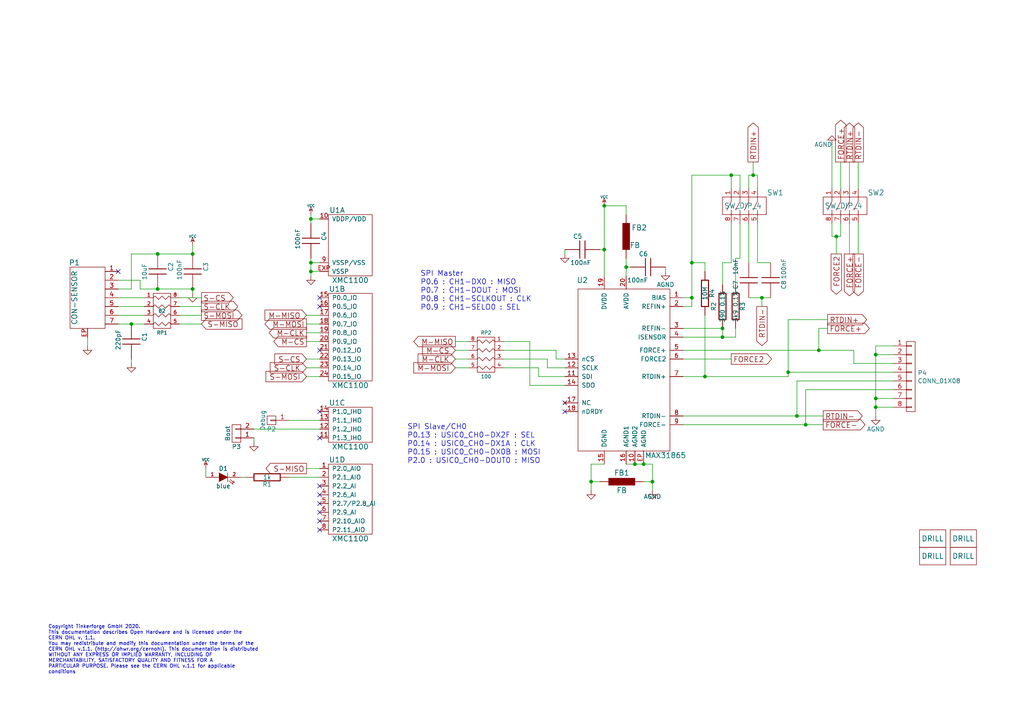
<source format=kicad_sch>
(kicad_sch (version 20230121) (generator eeschema)
  (paper "A4")
  (title_block (title "Industrial PTC Bricklet") (date "2022-12-12") (rev "1.1") (company "Tinkerforge GmbH") (comment 1 "Licensed under CERN OHL v.1.1") (comment 2 "Copyright (©) 2020, T.Schneidermann <tim@tinkerforge.com>"))
  (lib_symbols
    (symbol "tinkerforge:AGND" (power) (pin_names (offset 0))
      (property "Value" "AGND" (at 0 -5.08 0))
      (symbol "AGND_0_1"
        (polyline (pts (xy 0 0) (xy 0 -1.27) (xy 1.27 -1.27) (xy 0 -2.54) (xy -1.27 -1.27) (xy 0 -1.27)))
      )
      (symbol "AGND_1_1"
        (pin power_in line (at 0 0 270) (length 0) hide (name "AGND") (number "1"))
      )
    )
    (symbol "tinkerforge:C" (pin_numbers hide) (pin_names (offset 0.254))
      (property "Reference" "C" (at 1.27 2.54 0))
      (property "Value" "C" (at 1.27 -2.54 0))
      (symbol "C_0_1"
        (polyline (pts (xy -2.54 -0.762) (xy 2.54 -0.762)) (stroke (width 0.254)))
        (polyline (pts (xy -2.54 0.762) (xy 2.54 0.762)) (stroke (width 0.254)))
      )
      (symbol "C_1_1"
        (pin passive line (at 0 5.08 270) (length 4.318) (name "~") (number "1"))
        (pin passive line (at 0 -5.08 90) (length 4.318) (name "~") (number "2"))
      )
    )
    (symbol "tinkerforge:CON-SENSOR2" (pin_names (offset 1.016))
      (property "Reference" "P" (at -3.81 10.16 0))
      (property "Value" "CON-SENSOR2" (at 3.81 0 90))
      (symbol "CON-SENSOR2_0_1"
        (rectangle (start -5.08 8.89) (end 5.08 -8.89))
      )
      (symbol "CON-SENSOR2_1_1"
        (pin passive line (at -8.89 7.62 0) (length 3.81) (name "~") (number "1"))
        (pin passive line (at -8.89 5.08 0) (length 3.81) (name "~") (number "2"))
        (pin passive line (at -8.89 2.54 0) (length 3.81) (name "~") (number "3"))
        (pin passive line (at -8.89 0 0) (length 3.81) (name "~") (number "4"))
        (pin passive line (at -8.89 -2.54 0) (length 3.81) (name "~") (number "5"))
        (pin passive line (at -8.89 -5.08 0) (length 3.81) (name "~") (number "6"))
        (pin passive line (at -8.89 -7.62 0) (length 3.81) (name "~") (number "7"))
        (pin passive line (at 0 -11.43 90) (length 2.54) (name "~") (number "EP"))
      )
    )
    (symbol "tinkerforge:CONN_01X01" (pin_names (offset 1.016) hide)
      (property "Reference" "P" (at 0 2.54 0))
      (property "Value" "CONN_01X01" (at 2.54 0 90))
      (symbol "CONN_01X01_0_1"
        (rectangle (start -1.27 0.127) (end 0.254 -0.127))
        (rectangle (start -1.27 1.27) (end 1.27 -1.27))
      )
      (symbol "CONN_01X01_1_1"
        (pin passive line (at -5.08 0 0) (length 3.81) (name "P1") (number "1"))
      )
    )
    (symbol "tinkerforge:CONN_01X02" (pin_names (offset 1.016) hide)
      (property "Reference" "P" (at 0 3.81 0))
      (property "Value" "CONN_01X02" (at 2.54 0 90))
      (symbol "CONN_01X02_0_1"
        (rectangle (start -1.27 -1.143) (end 0.254 -1.397))
        (rectangle (start -1.27 1.397) (end 0.254 1.143))
        (rectangle (start -1.27 2.54) (end 1.27 -2.54))
      )
      (symbol "CONN_01X02_1_1"
        (pin passive line (at -5.08 1.27 0) (length 3.81) (name "P1") (number "1"))
        (pin passive line (at -5.08 -1.27 0) (length 3.81) (name "P2") (number "2"))
      )
    )
    (symbol "tinkerforge:CONN_01X08" (pin_names (offset 1.016) hide)
      (property "Reference" "P" (at 0 11.43 0))
      (property "Value" "CONN_01X08" (at 2.54 0 90))
      (symbol "CONN_01X08_0_1"
        (rectangle (start -1.27 -10.16) (end 1.27 10.16))
        (rectangle (start -1.27 -8.763) (end 0.254 -9.017))
        (rectangle (start -1.27 -6.223) (end 0.254 -6.477))
        (rectangle (start -1.27 -3.683) (end 0.254 -3.937))
        (rectangle (start -1.27 -1.143) (end 0.254 -1.397))
        (rectangle (start -1.27 1.397) (end 0.254 1.143))
        (rectangle (start -1.27 3.937) (end 0.254 3.683))
        (rectangle (start -1.27 6.477) (end 0.254 6.223))
        (rectangle (start -1.27 9.017) (end 0.254 8.763))
      )
      (symbol "CONN_01X08_1_1"
        (pin passive line (at -5.08 8.89 0) (length 3.81) (name "P1") (number "1"))
        (pin passive line (at -5.08 6.35 0) (length 3.81) (name "P2") (number "2"))
        (pin passive line (at -5.08 3.81 0) (length 3.81) (name "P3") (number "3"))
        (pin passive line (at -5.08 1.27 0) (length 3.81) (name "P4") (number "4"))
        (pin passive line (at -5.08 -1.27 0) (length 3.81) (name "P5") (number "5"))
        (pin passive line (at -5.08 -3.81 0) (length 3.81) (name "P6") (number "6"))
        (pin passive line (at -5.08 -6.35 0) (length 3.81) (name "P7") (number "7"))
        (pin passive line (at -5.08 -8.89 0) (length 3.81) (name "P8") (number "8"))
      )
    )
    (symbol "tinkerforge:DRILL" (pin_numbers hide) (pin_names (offset 0) hide)
      (property "Value" "DRILL" (at 0 0 0))
      (symbol "DRILL_0_1"
        (rectangle (start -3.81 2.54) (end 3.81 -2.54))
      )
    )
    (symbol "tinkerforge:GND" (power) (pin_names (offset 0))
      (property "Value" "GND" (at 0 -5.08 0))
      (symbol "GND_0_1"
        (polyline (pts (xy 0 0) (xy 0 -1.27) (xy 1.27 -1.27) (xy 0 -2.54) (xy -1.27 -1.27) (xy 0 -1.27)))
      )
      (symbol "GND_1_1"
        (pin power_in line (at 0 0 270) (length 0) hide (name "GND") (number "1"))
      )
    )
    (symbol "tinkerforge:INDUCT" (pin_numbers hide) (pin_names (offset 0))
      (property "Reference" "L" (at 2.032 0 90))
      (property "Value" "INDUCT" (at -2.54 0 90))
      (symbol "INDUCT_0_1"
        (rectangle (start -1.016 3.81) (end 1.016 -3.81) (fill (type outline)))
      )
      (symbol "INDUCT_1_1"
        (pin passive line (at 0 6.35 270) (length 2.54) (name "~") (number "1"))
        (pin passive line (at 0 -6.35 90) (length 2.54) (name "~") (number "2"))
      )
    )
    (symbol "tinkerforge:LED" (pin_names (offset 1.016) hide)
      (property "Reference" "D" (at 0 2.54 0))
      (property "Value" "LED" (at 0 -2.54 0))
      (symbol "LED_0_1"
        (polyline (pts (xy 1.27 1.27) (xy 1.27 -1.27)))
        (polyline (pts (xy -1.27 1.27) (xy 1.27 0) (xy -1.27 -1.27)) (fill (type outline)))
        (polyline (pts (xy 1.651 -1.016) (xy 2.794 -2.032) (xy 2.667 -1.397)))
        (polyline (pts (xy 2.032 -0.635) (xy 3.175 -1.651) (xy 3.048 -1.016)))
      )
      (symbol "LED_1_1"
        (pin passive line (at -5.08 0 0) (length 3.81) (name "A") (number "1"))
        (pin passive line (at 5.08 0 180) (length 3.81) (name "K") (number "2"))
      )
    )
    (symbol "tinkerforge:MAX31865" (pin_names (offset 1.016))
      (property "Reference" "U" (at -11.43 26.67 0))
      (property "Value" "MAX31865" (at 12.7 -24.13 0))
      (symbol "MAX31865_0_1"
        (rectangle (start -12.7 24.13) (end 13.97 -22.86))
      )
      (symbol "MAX31865_1_1"
        (pin passive line (at 17.78 21.59 180) (length 3.81) (name "BIAS") (number "1"))
        (pin passive line (at 3.81 -26.67 90) (length 3.81) (name "AGND2") (number "10"))
        (pin passive line (at -16.51 -1.27 0) (length 3.81) (name "SDI") (number "11"))
        (pin passive line (at -16.51 1.27 0) (length 3.81) (name "SCLK") (number "12"))
        (pin passive line (at -16.51 3.81 0) (length 3.81) (name "nCS") (number "13"))
        (pin passive line (at -16.51 -3.81 0) (length 3.81) (name "SDO") (number "14"))
        (pin passive line (at -5.08 -26.67 90) (length 3.81) (name "DGND") (number "15"))
        (pin passive line (at 1.27 -26.67 90) (length 3.81) (name "AGND1") (number "16"))
        (pin no_connect line (at -16.51 -8.89 0) (length 3.81) (name "NC") (number "17"))
        (pin passive line (at -16.51 -11.43 0) (length 3.81) (name "nDRDY") (number "18"))
        (pin passive line (at -5.08 27.94 270) (length 3.81) (name "DVDD") (number "19"))
        (pin passive line (at 17.78 19.05 180) (length 3.81) (name "REFIN+") (number "2"))
        (pin passive line (at 1.27 27.94 270) (length 3.81) (name "AVDD") (number "20"))
        (pin passive line (at 17.78 12.7 180) (length 3.81) (name "REFIN-") (number "3"))
        (pin passive line (at 17.78 10.16 180) (length 3.81) (name "ISENSOR") (number "4"))
        (pin passive line (at 17.78 6.35 180) (length 3.81) (name "FORCE+") (number "5"))
        (pin passive line (at 17.78 3.81 180) (length 3.81) (name "FORCE2") (number "6"))
        (pin passive line (at 17.78 -1.27 180) (length 3.81) (name "RTDIN+") (number "7"))
        (pin passive line (at 17.78 -12.7 180) (length 3.81) (name "RTDIN-") (number "8"))
        (pin passive line (at 17.78 -15.24 180) (length 3.81) (name "FORCE-") (number "9"))
        (pin passive line (at 6.35 -26.67 90) (length 3.81) (name "AGND") (number "EP"))
      )
    )
    (symbol "tinkerforge:R" (pin_numbers hide) (pin_names (offset 0))
      (property "Reference" "R" (at 2.032 0 90))
      (property "Value" "R" (at 0 0 90))
      (symbol "R_0_1"
        (rectangle (start -1.016 3.81) (end 1.016 -3.81) (stroke (width 0.3048)))
      )
      (symbol "R_1_1"
        (pin passive line (at 0 6.35 270) (length 2.54) (name "~") (number "1"))
        (pin passive line (at 0 -6.35 90) (length 2.54) (name "~") (number "2"))
      )
    )
    (symbol "tinkerforge:R_PACK4" (pin_names hide)
      (property "Reference" "RP" (at 0 11.43 0))
      (property "Value" "R_PACK4" (at 0 -1.27 0))
      (symbol "R_PACK4_0_1"
        (polyline (pts (xy -2.54 10.16) (xy -2.54 0) (xy 2.54 0) (xy 2.54 10.16) (xy -2.54 10.16)))
        (polyline (pts (xy -2.54 1.27) (xy -2.032 1.778) (xy -1.016 0.762) (xy 0 1.778) (xy 1.016 0.762) (xy 2.032 1.778) (xy 2.54 1.27)))
        (polyline (pts (xy -2.54 3.81) (xy -2.032 4.318) (xy -1.016 3.302) (xy 0 4.318) (xy 1.016 3.302) (xy 2.032 4.318) (xy 2.54 3.81)))
        (polyline (pts (xy -2.54 6.35) (xy -2.032 6.858) (xy -1.016 5.842) (xy 0 6.858) (xy 1.016 5.842) (xy 2.032 6.858) (xy 2.54 6.35)))
        (polyline (pts (xy -2.54 8.89) (xy -2.032 9.398) (xy -1.016 8.382) (xy 0 9.398) (xy 1.016 8.382) (xy 2.032 9.398) (xy 2.54 8.89)))
      )
      (symbol "R_PACK4_1_1"
        (pin passive line (at -5.08 8.89 0) (length 2.54) (name "P1") (number "1"))
        (pin passive line (at -5.08 6.35 0) (length 2.54) (name "P2") (number "2"))
        (pin passive line (at -5.08 3.81 0) (length 2.54) (name "P3") (number "3"))
        (pin passive line (at -5.08 1.27 0) (length 2.54) (name "P4") (number "4"))
        (pin passive line (at 5.08 1.27 180) (length 2.54) (name "R4") (number "5"))
        (pin passive line (at 5.08 3.81 180) (length 2.54) (name "R3") (number "6"))
        (pin passive line (at 5.08 6.35 180) (length 2.54) (name "R2") (number "7"))
        (pin passive line (at 5.08 8.89 180) (length 2.54) (name "R1") (number "8"))
      )
    )
    (symbol "tinkerforge:SW_DIP_4" (pin_names (offset 1.016))
      (property "Reference" "SW" (at -1.27 7.62 0))
      (property "Value" "SW_DIP_4" (at 0 -7.62 0))
      (symbol "SW_DIP_4_0_1"
        (rectangle (start -2.54 6.35) (end 2.54 -6.35))
        (polyline (pts (xy 2.54 -3.81) (xy 1.27 -3.81)))
        (polyline (pts (xy 2.54 -1.27) (xy 1.27 -1.27)))
        (polyline (pts (xy 2.54 1.27) (xy 1.27 1.27)))
        (polyline (pts (xy 2.54 3.81) (xy 1.27 3.81)))
        (polyline (pts (xy -2.54 -3.81) (xy -1.27 -3.81) (xy 1.27 -2.54)))
        (polyline (pts (xy -2.54 -1.27) (xy -1.27 -1.27) (xy 1.27 0)))
        (polyline (pts (xy -2.54 1.27) (xy -1.27 1.27) (xy 1.27 2.54)))
        (polyline (pts (xy -2.54 3.81) (xy -1.27 3.81) (xy 1.27 5.08)))
      )
      (symbol "SW_DIP_4_1_1"
        (pin passive line (at -5.08 3.81 0) (length 2.54) (name "~") (number "1"))
        (pin passive line (at -5.08 1.27 0) (length 2.54) (name "~") (number "2"))
        (pin passive line (at -5.08 -1.27 0) (length 2.54) (name "~") (number "3"))
        (pin passive line (at -5.08 -3.81 0) (length 2.54) (name "~") (number "4"))
        (pin passive line (at 5.08 -3.81 180) (length 2.54) (name "~") (number "5"))
        (pin passive line (at 5.08 -1.27 180) (length 2.54) (name "~") (number "6"))
        (pin passive line (at 5.08 1.27 180) (length 2.54) (name "~") (number "7"))
        (pin passive line (at 5.08 3.81 180) (length 2.54) (name "~") (number "8"))
      )
    )
    (symbol "tinkerforge:VCC" (power) (pin_names (offset 0))
      (property "Value" "VCC" (at 0 3.175 0))
      (symbol "VCC_0_0"
        (pin power_in line (at 0 0 90) (length 0) hide (name "VCC") (number "1"))
      )
      (symbol "VCC_0_1"
        (polyline (pts (xy 0 1.524) (xy 0 0)))
        (polyline (pts (xy 0 1.524) (xy 0.508 1.016) (xy 0 2.286) (xy -0.508 1.016) (xy 0 1.524) (xy 0 1.524)))
      )
    )
    (symbol "tinkerforge:XMC1XXX24" (pin_names (offset 1.016))
      (property "Reference" "U" (at -3.81 15.24 0))
      (property "Value" "XMC1XXX24" (at 0 -16.51 0))
      (symbol "XMC1XXX24_1_1"
        (rectangle (start -6.35 8.89) (end 6.35 -8.89))
        (pin passive line (at -8.89 7.62 0) (length 2.54) (name "VDDP/VDD") (number "10"))
        (pin passive line (at -8.89 -5.08 0) (length 2.54) (name "VSSP/VSS") (number "9"))
        (pin passive line (at -8.89 -7.62 0) (length 2.54) (name "VSSP") (number "EXP"))
      )
      (symbol "XMC1XXX24_2_1"
        (rectangle (start -6.35 12.7) (end 6.35 -12.7))
        (pin passive line (at -8.89 11.43 0) (length 2.54) (name "P0.0_IO") (number "15"))
        (pin passive line (at -8.89 8.89 0) (length 2.54) (name "P0.5_IO") (number "16"))
        (pin passive line (at -8.89 6.35 0) (length 2.54) (name "P0.6_IO") (number "17"))
        (pin passive line (at -8.89 3.81 0) (length 2.54) (name "P0.7_IO") (number "18"))
        (pin passive line (at -8.89 1.27 0) (length 2.54) (name "P0.8_IO") (number "19"))
        (pin passive line (at -8.89 -1.27 0) (length 2.54) (name "P0.9_IO") (number "20"))
        (pin passive line (at -8.89 -3.81 0) (length 2.54) (name "P0.12_IO") (number "21"))
        (pin passive line (at -8.89 -6.35 0) (length 2.54) (name "P0.13_IO") (number "22"))
        (pin passive line (at -8.89 -8.89 0) (length 2.54) (name "P0.14_IO") (number "23"))
        (pin passive line (at -8.89 -11.43 0) (length 2.54) (name "P0.15_IO") (number "24"))
      )
      (symbol "XMC1XXX24_3_1"
        (rectangle (start -6.35 5.08) (end 6.35 -5.08))
        (pin passive line (at -8.89 -3.81 0) (length 2.54) (name "P1.3_IHO") (number "11"))
        (pin passive line (at -8.89 -1.27 0) (length 2.54) (name "P1.2_IHO") (number "12"))
        (pin passive line (at -8.89 1.27 0) (length 2.54) (name "P1.1_IHO") (number "13"))
        (pin passive line (at -8.89 3.81 0) (length 2.54) (name "P1.0_IHO") (number "14"))
      )
      (symbol "XMC1XXX24_4_1"
        (rectangle (start -6.35 10.16) (end 6.35 -10.16))
        (pin passive line (at -8.89 8.89 0) (length 2.54) (name "P2.0_AIO") (number "1"))
        (pin passive line (at -8.89 6.35 0) (length 2.54) (name "P2.1_AIO") (number "2"))
        (pin passive line (at -8.89 3.81 0) (length 2.54) (name "P2.2_AI") (number "3"))
        (pin passive line (at -8.89 1.27 0) (length 2.54) (name "P2.6_AI") (number "4"))
        (pin passive line (at -8.89 -1.27 0) (length 2.54) (name "P2.7/P2.8_AI") (number "5"))
        (pin passive line (at -8.89 -3.81 0) (length 2.54) (name "P2.9_AI") (number "6"))
        (pin passive line (at -8.89 -6.35 0) (length 2.54) (name "P2.10_AIO") (number "7"))
        (pin passive line (at -8.89 -8.89 0) (length 2.54) (name "P2.11_AIO") (number "8"))
      )
    )
  )
  (junction (at 45.72 73.66))
  (junction (at 175.26 59.69))
  (junction (at 184.15 134.62))
  (junction (at 38.1 93.98))
  (junction (at 209.55 97.79))
  (junction (at 220.98 86.36))
  (junction (at 45.72 83.82))
  (junction (at 55.88 73.66))
  (junction (at 237.49 101.6))
  (junction (at 242.57 68.58))
  (junction (at 171.45 139.7))
  (junction (at 175.26 72.39))
  (junction (at 200.66 86.36))
  (junction (at 233.68 123.19))
  (junction (at 189.23 139.7))
  (junction (at 231.14 120.65))
  (junction (at 90.17 78.74))
  (junction (at 209.55 95.25))
  (junction (at 186.69 134.62))
  (junction (at 254 115.57))
  (junction (at 254 118.11))
  (junction (at 200.66 76.2))
  (junction (at 90.17 63.5))
  (junction (at 90.17 76.2))
  (junction (at 254 102.87))
  (junction (at 218.44 50.8))
  (junction (at 204.47 109.22))
  (junction (at 228.6 107.95))
  (junction (at 55.88 83.82))
  (junction (at 212.09 50.8))
  (junction (at 181.61 77.47))
  (no_connect (at 92.71 153.67))
  (no_connect (at 92.71 86.36))
  (no_connect (at 92.71 151.13))
  (no_connect (at 34.29 78.74))
  (no_connect (at 163.83 119.38))
  (no_connect (at 92.71 146.05))
  (no_connect (at 92.71 88.9))
  (no_connect (at 92.71 140.97))
  (no_connect (at 92.71 127))
  (no_connect (at 163.83 116.84))
  (no_connect (at 92.71 143.51))
  (no_connect (at 92.71 119.38))
  (no_connect (at 92.71 101.6))
  (no_connect (at 92.71 148.59))
  (wire (pts (xy 132.08 99.06) (xy 135.89 99.06)))
  (wire (pts (xy 233.68 123.19) (xy 233.68 113.03)))
  (wire (pts (xy 83.82 138.43) (xy 92.71 138.43)))
  (wire (pts (xy 193.04 78.74) (xy 193.04 77.47)))
  (wire (pts (xy 198.12 104.14) (xy 212.09 104.14)))
  (wire (pts (xy 223.52 86.36) (xy 220.98 86.36)))
  (wire (pts (xy 247.65 101.6) (xy 247.65 105.41)))
  (wire (pts (xy 90.17 63.5) (xy 90.17 64.77)))
  (wire (pts (xy 200.66 86.36) (xy 198.12 86.36)))
  (wire (pts (xy 238.76 123.19) (xy 233.68 123.19)))
  (wire (pts (xy 213.36 82.55) (xy 213.36 74.93)))
  (wire (pts (xy 220.98 88.9) (xy 220.98 86.36)))
  (wire (pts (xy 241.3 68.58) (xy 242.57 68.58)))
  (wire (pts (xy 58.42 91.44) (xy 52.07 91.44)))
  (wire (pts (xy 189.23 142.24) (xy 189.23 139.7)))
  (wire (pts (xy 73.66 128.27) (xy 73.66 127)))
  (wire (pts (xy 171.45 134.62) (xy 171.45 139.7)))
  (wire (pts (xy 55.88 85.09) (xy 55.88 83.82)))
  (wire (pts (xy 163.83 73.66) (xy 163.83 72.39)))
  (wire (pts (xy 259.08 107.95) (xy 228.6 107.95)))
  (wire (pts (xy 189.23 139.7) (xy 189.23 134.62)))
  (wire (pts (xy 175.26 134.62) (xy 171.45 134.62)))
  (wire (pts (xy 228.6 92.71) (xy 240.03 92.71)))
  (wire (pts (xy 247.65 105.41) (xy 259.08 105.41)))
  (wire (pts (xy 209.55 97.79) (xy 198.12 97.79)))
  (wire (pts (xy 200.66 50.8) (xy 212.09 50.8)))
  (wire (pts (xy 212.09 76.2) (xy 209.55 76.2)))
  (wire (pts (xy 92.71 63.5) (xy 90.17 63.5)))
  (wire (pts (xy 90.17 74.93) (xy 90.17 76.2)))
  (wire (pts (xy 209.55 76.2) (xy 209.55 82.55)))
  (wire (pts (xy 220.98 86.36) (xy 217.17 86.36)))
  (wire (pts (xy 219.71 76.2) (xy 223.52 76.2)))
  (wire (pts (xy 132.08 101.6) (xy 135.89 101.6)))
  (wire (pts (xy 228.6 92.71) (xy 228.6 107.95)))
  (wire (pts (xy 204.47 76.2) (xy 200.66 76.2)))
  (wire (pts (xy 83.82 121.92) (xy 92.71 121.92)))
  (wire (pts (xy 41.91 91.44) (xy 34.29 91.44)))
  (wire (pts (xy 181.61 59.69) (xy 181.61 62.23)))
  (wire (pts (xy 214.63 50.8) (xy 214.63 54.61)))
  (wire (pts (xy 213.36 95.25) (xy 213.36 97.79)))
  (wire (pts (xy 38.1 73.66) (xy 38.1 83.82)))
  (wire (pts (xy 158.75 106.68) (xy 158.75 104.14)))
  (wire (pts (xy 158.75 104.14) (xy 146.05 104.14)))
  (wire (pts (xy 38.1 93.98) (xy 41.91 93.98)))
  (wire (pts (xy 254 118.11) (xy 254 120.65)))
  (wire (pts (xy 88.9 109.22) (xy 92.71 109.22)))
  (wire (pts (xy 246.38 73.66) (xy 246.38 64.77)))
  (wire (pts (xy 92.71 124.46) (xy 73.66 124.46)))
  (wire (pts (xy 248.92 73.66) (xy 248.92 64.77)))
  (wire (pts (xy 214.63 64.77) (xy 214.63 74.93)))
  (wire (pts (xy 198.12 109.22) (xy 204.47 109.22)))
  (wire (pts (xy 34.29 88.9) (xy 41.91 88.9)))
  (wire (pts (xy 175.26 72.39) (xy 175.26 59.69)))
  (wire (pts (xy 163.83 106.68) (xy 158.75 106.68)))
  (wire (pts (xy 243.84 68.58) (xy 243.84 64.77)))
  (wire (pts (xy 45.72 73.66) (xy 55.88 73.66)))
  (wire (pts (xy 58.42 86.36) (xy 52.07 86.36)))
  (wire (pts (xy 212.09 64.77) (xy 212.09 76.2)))
  (wire (pts (xy 92.71 96.52) (xy 88.9 96.52)))
  (wire (pts (xy 52.07 93.98) (xy 58.42 93.98)))
  (wire (pts (xy 237.49 101.6) (xy 237.49 95.25)))
  (wire (pts (xy 52.07 88.9) (xy 58.42 88.9)))
  (wire (pts (xy 156.21 109.22) (xy 156.21 106.68)))
  (wire (pts (xy 198.12 101.6) (xy 237.49 101.6)))
  (wire (pts (xy 90.17 76.2) (xy 92.71 76.2)))
  (wire (pts (xy 175.26 80.01) (xy 175.26 72.39)))
  (wire (pts (xy 233.68 123.19) (xy 198.12 123.19)))
  (wire (pts (xy 90.17 76.2) (xy 90.17 78.74)))
  (wire (pts (xy 242.57 68.58) (xy 242.57 73.66)))
  (wire (pts (xy 209.55 95.25) (xy 198.12 95.25)))
  (wire (pts (xy 38.1 105.41) (xy 38.1 104.14)))
  (wire (pts (xy 237.49 101.6) (xy 247.65 101.6)))
  (wire (pts (xy 259.08 100.33) (xy 254 100.33)))
  (wire (pts (xy 200.66 86.36) (xy 200.66 88.9)))
  (wire (pts (xy 34.29 93.98) (xy 38.1 93.98)))
  (wire (pts (xy 161.29 104.14) (xy 161.29 101.6)))
  (wire (pts (xy 153.67 99.06) (xy 146.05 99.06)))
  (wire (pts (xy 92.71 106.68) (xy 88.9 106.68)))
  (wire (pts (xy 186.69 134.62) (xy 184.15 134.62)))
  (wire (pts (xy 184.15 134.62) (xy 181.61 134.62)))
  (wire (pts (xy 163.83 104.14) (xy 161.29 104.14)))
  (wire (pts (xy 38.1 73.66) (xy 45.72 73.66)))
  (wire (pts (xy 217.17 64.77) (xy 217.17 76.2)))
  (wire (pts (xy 241.3 41.91) (xy 241.3 54.61)))
  (wire (pts (xy 156.21 106.68) (xy 146.05 106.68)))
  (wire (pts (xy 254 118.11) (xy 259.08 118.11)))
  (wire (pts (xy 181.61 77.47) (xy 181.61 80.01)))
  (wire (pts (xy 204.47 109.22) (xy 228.6 109.22)))
  (wire (pts (xy 254 102.87) (xy 254 115.57)))
  (wire (pts (xy 248.92 46.99) (xy 248.92 54.61)))
  (wire (pts (xy 213.36 97.79) (xy 209.55 97.79)))
  (wire (pts (xy 200.66 88.9) (xy 198.12 88.9)))
  (wire (pts (xy 88.9 99.06) (xy 92.71 99.06)))
  (wire (pts (xy 34.29 81.28) (xy 40.64 81.28)))
  (wire (pts (xy 204.47 78.74) (xy 204.47 76.2)))
  (wire (pts (xy 92.71 78.74) (xy 90.17 78.74)))
  (wire (pts (xy 92.71 91.44) (xy 88.9 91.44)))
  (wire (pts (xy 135.89 104.14) (xy 132.08 104.14)))
  (wire (pts (xy 171.45 139.7) (xy 173.99 139.7)))
  (wire (pts (xy 175.26 72.39) (xy 173.99 72.39)))
  (wire (pts (xy 238.76 120.65) (xy 231.14 120.65)))
  (wire (pts (xy 242.57 68.58) (xy 243.84 68.58)))
  (wire (pts (xy 237.49 95.25) (xy 240.03 95.25)))
  (wire (pts (xy 228.6 109.22) (xy 228.6 107.95)))
  (wire (pts (xy 254 100.33) (xy 254 102.87)))
  (wire (pts (xy 212.09 54.61) (xy 212.09 50.8)))
  (wire (pts (xy 45.72 83.82) (xy 40.64 83.82)))
  (wire (pts (xy 38.1 83.82) (xy 34.29 83.82)))
  (wire (pts (xy 88.9 93.98) (xy 92.71 93.98)))
  (wire (pts (xy 218.44 46.99) (xy 218.44 50.8)))
  (wire (pts (xy 132.08 106.68) (xy 135.89 106.68)))
  (wire (pts (xy 92.71 135.89) (xy 88.9 135.89)))
  (wire (pts (xy 259.08 102.87) (xy 254 102.87)))
  (wire (pts (xy 163.83 109.22) (xy 156.21 109.22)))
  (wire (pts (xy 200.66 50.8) (xy 200.66 76.2)))
  (wire (pts (xy 204.47 91.44) (xy 204.47 109.22)))
  (wire (pts (xy 231.14 120.65) (xy 198.12 120.65)))
  (wire (pts (xy 254 115.57) (xy 254 118.11)))
  (wire (pts (xy 55.88 83.82) (xy 45.72 83.82)))
  (wire (pts (xy 213.36 74.93) (xy 214.63 74.93)))
  (wire (pts (xy 243.84 46.99) (xy 243.84 54.61)))
  (wire (pts (xy 153.67 111.76) (xy 153.67 99.06)))
  (wire (pts (xy 200.66 76.2) (xy 200.66 86.36)))
  (wire (pts (xy 241.3 64.77) (xy 241.3 68.58)))
  (wire (pts (xy 217.17 50.8) (xy 218.44 50.8)))
  (wire (pts (xy 88.9 104.14) (xy 92.71 104.14)))
  (wire (pts (xy 217.17 54.61) (xy 217.17 50.8)))
  (wire (pts (xy 90.17 78.74) (xy 90.17 80.01)))
  (wire (pts (xy 59.69 135.89) (xy 59.69 138.43)))
  (wire (pts (xy 259.08 113.03) (xy 233.68 113.03)))
  (wire (pts (xy 186.69 139.7) (xy 189.23 139.7)))
  (wire (pts (xy 40.64 83.82) (xy 40.64 81.28)))
  (wire (pts (xy 25.4 100.33) (xy 25.4 97.79)))
  (wire (pts (xy 41.91 86.36) (xy 34.29 86.36)))
  (wire (pts (xy 231.14 110.49) (xy 231.14 120.65)))
  (wire (pts (xy 71.12 138.43) (xy 69.85 138.43)))
  (wire (pts (xy 161.29 101.6) (xy 146.05 101.6)))
  (wire (pts (xy 219.71 50.8) (xy 219.71 54.61)))
  (wire (pts (xy 171.45 139.7) (xy 171.45 142.24)))
  (wire (pts (xy 175.26 59.69) (xy 181.61 59.69)))
  (wire (pts (xy 218.44 50.8) (xy 219.71 50.8)))
  (wire (pts (xy 181.61 77.47) (xy 182.88 77.47)))
  (wire (pts (xy 259.08 110.49) (xy 231.14 110.49)))
  (wire (pts (xy 55.88 73.66) (xy 55.88 71.12)))
  (wire (pts (xy 246.38 46.99) (xy 246.38 54.61)))
  (wire (pts (xy 212.09 50.8) (xy 214.63 50.8)))
  (wire (pts (xy 189.23 134.62) (xy 186.69 134.62)))
  (wire (pts (xy 219.71 64.77) (xy 219.71 76.2)))
  (wire (pts (xy 259.08 115.57) (xy 254 115.57)))
  (wire (pts (xy 90.17 62.23) (xy 90.17 63.5)))
  (wire (pts (xy 181.61 74.93) (xy 181.61 77.47)))
  (wire (pts (xy 209.55 97.79) (xy 209.55 95.25)))
  (wire (pts (xy 163.83 111.76) (xy 153.67 111.76)))
  (text "SPI Master\nP0.6 : CH1-DX0 : MISO\nP0.7 : CH1-DOUT : MOSI\nP0.8 : CH1-SCLKOUT : CLK\nP0.9 : CH1-SELO0 : SEL" (at 121.92 90.17 0) (effects (font (size 1.524 1.524)) (justify left bottom)))
  (text "Copyright Tinkerforge GmbH 2020.\nThis documentation describes Open Hardware and is licensed under the\nCERN OHL v. 1.1.\nYou may redistribute and modify this documentation under the terms of the\nCERN OHL v.1.1. (http://ohwr.org/cernohl). This documentation is distributed\nWITHOUT ANY EXPRESS OR IMPLIED WARRANTY, INCLUDING OF\nMERCHANTABILITY, SATISFACTORY QUALITY AND FITNESS FOR A\nPARTICULAR PURPOSE. Please see the CERN OHL v.1.1 for applicable\nconditions\n" (at 13.97 195.58 0) (effects (font (size 1.016 1.016)) (justify left bottom)))
  (text "SPI Slave/CH0\nP0.13 : USIC0_CH0-DX2F : SEL\nP0.14 : USIC0_CH0-DX1A : CLK\nP0.15 : USIC0_CH0-DX0B : MOSI\nP2.0 : USIC0_CH0-DOUT0 : MISO" (at 118.11 134.62 0) (effects (font (size 1.524 1.524)) (justify left bottom)))
  (global_label "M-CLK" (shape output) (at 88.9 96.52 180) (effects (font (size 1.524 1.524))) (property "Intersheetrefs" "${INTERSHEET_REFS}" (effects hide)))
  (global_label "M-MOSI" (shape output) (at 88.9 93.98 180) (effects (font (size 1.524 1.524))) (property "Intersheetrefs" "${INTERSHEET_REFS}" (effects hide)))
  (global_label "S-CS" (shape input) (at 88.9 104.14 180) (effects (font (size 1.524 1.524))) (property "Intersheetrefs" "${INTERSHEET_REFS}" (effects hide)))
  (global_label "FORCE+" (shape output) (at 243.84 46.99 90) (effects (font (size 1.524 1.524))) (property "Intersheetrefs" "${INTERSHEET_REFS}" (effects hide)))
  (global_label "S-CLK" (shape output) (at 58.42 88.9 0) (effects (font (size 1.524 1.524))) (property "Intersheetrefs" "${INTERSHEET_REFS}" (effects hide)))
  (global_label "M-CS" (shape output) (at 88.9 99.06 180) (effects (font (size 1.524 1.524))) (property "Intersheetrefs" "${INTERSHEET_REFS}" (effects hide)))
  (global_label "RTDIN-" (shape output) (at 220.98 88.9 270) (effects (font (size 1.524 1.524))) (property "Intersheetrefs" "${INTERSHEET_REFS}" (effects hide)))
  (global_label "S-MOSI" (shape input) (at 88.9 109.22 180) (effects (font (size 1.524 1.524))) (property "Intersheetrefs" "${INTERSHEET_REFS}" (effects hide)))
  (global_label "S-CS" (shape output) (at 58.42 86.36 0) (effects (font (size 1.524 1.524))) (property "Intersheetrefs" "${INTERSHEET_REFS}" (effects hide)))
  (global_label "M-MISO" (shape input) (at 88.9 91.44 180) (effects (font (size 1.524 1.524))) (property "Intersheetrefs" "${INTERSHEET_REFS}" (effects hide)))
  (global_label "RTDIN+" (shape output) (at 240.03 92.71 0) (effects (font (size 1.524 1.524))) (property "Intersheetrefs" "${INTERSHEET_REFS}" (effects hide)))
  (global_label "M-MOSI" (shape input) (at 132.08 106.68 180) (effects (font (size 1.524 1.524))) (property "Intersheetrefs" "${INTERSHEET_REFS}" (effects hide)))
  (global_label "S-MISO" (shape output) (at 88.9 135.89 180) (effects (font (size 1.524 1.524))) (property "Intersheetrefs" "${INTERSHEET_REFS}" (effects hide)))
  (global_label "RTDIN-" (shape output) (at 248.92 46.99 90) (effects (font (size 1.524 1.524))) (property "Intersheetrefs" "${INTERSHEET_REFS}" (effects hide)))
  (global_label "S-MOSI" (shape output) (at 58.42 91.44 0) (effects (font (size 1.524 1.524))) (property "Intersheetrefs" "${INTERSHEET_REFS}" (effects hide)))
  (global_label "S-MISO" (shape input) (at 58.42 93.98 0) (effects (font (size 1.524 1.524))) (property "Intersheetrefs" "${INTERSHEET_REFS}" (effects hide)))
  (global_label "M-CLK" (shape input) (at 132.08 104.14 180) (effects (font (size 1.524 1.524))) (property "Intersheetrefs" "${INTERSHEET_REFS}" (effects hide)))
  (global_label "RTDIN+" (shape output) (at 246.38 46.99 90) (effects (font (size 1.524 1.524))) (property "Intersheetrefs" "${INTERSHEET_REFS}" (effects hide)))
  (global_label "FORCE+" (shape output) (at 240.03 95.25 0) (effects (font (size 1.524 1.524))) (property "Intersheetrefs" "${INTERSHEET_REFS}" (effects hide)))
  (global_label "S-CLK" (shape input) (at 88.9 106.68 180) (effects (font (size 1.524 1.524))) (property "Intersheetrefs" "${INTERSHEET_REFS}" (effects hide)))
  (global_label "RTDIN-" (shape output) (at 238.76 120.65 0) (effects (font (size 1.524 1.524))) (property "Intersheetrefs" "${INTERSHEET_REFS}" (effects hide)))
  (global_label "FORCE+" (shape output) (at 246.38 73.66 270) (effects (font (size 1.524 1.524))) (property "Intersheetrefs" "${INTERSHEET_REFS}" (effects hide)))
  (global_label "M-MISO" (shape output) (at 132.08 99.06 180) (effects (font (size 1.524 1.524))) (property "Intersheetrefs" "${INTERSHEET_REFS}" (effects hide)))
  (global_label "FORCE2" (shape output) (at 242.57 73.66 270) (effects (font (size 1.524 1.524))) (property "Intersheetrefs" "${INTERSHEET_REFS}" (effects hide)))
  (global_label "FORCE-" (shape output) (at 248.92 73.66 270) (effects (font (size 1.524 1.524))) (property "Intersheetrefs" "${INTERSHEET_REFS}" (effects hide)))
  (global_label "RTDIN+" (shape output) (at 218.44 46.99 90) (effects (font (size 1.524 1.524))) (property "Intersheetrefs" "${INTERSHEET_REFS}" (effects hide)))
  (global_label "FORCE-" (shape output) (at 238.76 123.19 0) (effects (font (size 1.524 1.524))) (property "Intersheetrefs" "${INTERSHEET_REFS}" (effects hide)))
  (global_label "M-CS" (shape input) (at 132.08 101.6 180) (effects (font (size 1.524 1.524))) (property "Intersheetrefs" "${INTERSHEET_REFS}" (effects hide)))
  (global_label "FORCE2" (shape output) (at 212.09 104.14 0) (effects (font (size 1.524 1.524))) (property "Intersheetrefs" "${INTERSHEET_REFS}" (effects hide)))
  (symbol (lib_id "tinkerforge:CON-SENSOR2") (at 25.4 86.36 0) (mirror y) (unit 1)
    (property "Reference" "P1" (at 21.59 76.2 0) (effects (font (size 1.524 1.524))))
    (property "Value" "CON-SENSOR" (at 21.59 86.36 90) (effects (font (size 1.524 1.524))))
    (property "Footprint" "kicad-libraries:CON-SENSOR2" (effects hide))
  )
  (symbol (lib_id "tinkerforge:GND") (at 25.4 100.33 0) (unit 1)
    (property "Reference" "#PWR09" (effects hide))
    (property "Value" "GND" (effects hide))
  )
  (symbol (lib_id "tinkerforge:GND") (at 55.88 85.09 0) (unit 1)
    (property "Reference" "#PWR08" (effects hide))
    (property "Value" "GND" (effects hide))
  )
  (symbol (lib_id "tinkerforge:VCC") (at 55.88 71.12 0) (unit 1)
    (property "Reference" "#PWR07" (effects hide))
    (property "Value" "VCC" (at 55.88 68.58 0) (effects (font (size 0.762 0.762))))
  )
  (symbol (lib_id "tinkerforge:DRILL") (at 279.4 156.21 0) (unit 1)
    (property "Reference" "U5" (effects hide))
    (property "Value" "DRILL" (at 279.4 156.21 0) (effects (font (size 1.524 1.524))))
    (property "Footprint" "kicad-libraries:DRILL_NP" (effects hide))
  )
  (symbol (lib_id "tinkerforge:DRILL") (at 279.4 161.29 0) (unit 1)
    (property "Reference" "U6" (effects hide))
    (property "Value" "DRILL" (at 279.4 161.29 0) (effects (font (size 1.524 1.524))))
    (property "Footprint" "kicad-libraries:DRILL_NP" (effects hide))
  )
  (symbol (lib_id "tinkerforge:DRILL") (at 270.51 161.29 0) (unit 1)
    (property "Reference" "U4" (effects hide))
    (property "Value" "DRILL" (at 270.51 161.29 0) (effects (font (size 1.524 1.524))))
    (property "Footprint" "kicad-libraries:DRILL_NP" (effects hide))
  )
  (symbol (lib_id "tinkerforge:DRILL") (at 270.51 156.21 0) (unit 1)
    (property "Reference" "U3" (effects hide))
    (property "Value" "DRILL" (at 270.51 156.21 0) (effects (font (size 1.524 1.524))))
    (property "Footprint" "kicad-libraries:DRILL_NP" (effects hide))
  )
  (symbol (lib_id "tinkerforge:MAX31865") (at 180.34 107.95 0) (unit 1)
    (property "Reference" "U2" (at 168.91 81.28 0) (effects (font (size 1.524 1.524))))
    (property "Value" "MAX31865" (at 193.04 132.08 0) (effects (font (size 1.524 1.524))))
    (property "Footprint" "kicad-libraries:QFN-20-5x5" (effects hide))
  )
  (symbol (lib_id "tinkerforge:R") (at 209.55 88.9 0) (unit 1)
    (property "Reference" "R2" (at 207.01 88.9 90))
    (property "Value" "390 0.1%" (at 209.55 88.9 90))
    (property "Footprint" "kicad-libraries:R0603F" (effects hide))
  )
  (symbol (lib_id "tinkerforge:R") (at 213.36 88.9 0) (unit 1)
    (property "Reference" "R3" (at 215.392 88.9 90))
    (property "Value" "3k9 0.1%" (at 213.36 88.9 90))
    (property "Footprint" "kicad-libraries:R0603F" (effects hide))
  )
  (symbol (lib_id "tinkerforge:VCC") (at 175.26 59.69 0) (unit 1)
    (property "Reference" "#PWR06" (effects hide))
    (property "Value" "VCC" (at 175.26 57.15 0) (effects (font (size 0.762 0.762))))
  )
  (symbol (lib_id "tinkerforge:C") (at 187.96 77.47 90) (unit 1)
    (property "Reference" "C6" (at 187.96 73.66 90) (effects (justify left)))
    (property "Value" "100nF" (at 187.96 81.28 90) (effects (justify left)))
    (property "Footprint" "kicad-libraries:C0603F" (effects hide))
  )
  (symbol (lib_id "tinkerforge:C") (at 168.91 72.39 90) (unit 1)
    (property "Reference" "C5" (at 168.91 68.58 90) (effects (justify left)))
    (property "Value" "100nF" (at 171.45 76.2 90) (effects (justify left)))
    (property "Footprint" "kicad-libraries:C0603F" (effects hide))
  )
  (symbol (lib_id "tinkerforge:AGND") (at 193.04 78.74 0) (unit 1)
    (property "Reference" "#PWR05" (effects hide))
    (property "Value" "AGND" (at 193.04 82.55 0))
  )
  (symbol (lib_id "tinkerforge:GND") (at 163.83 73.66 0) (unit 1)
    (property "Reference" "#PWR04" (effects hide))
    (property "Value" "GND" (effects hide))
  )
  (symbol (lib_id "tinkerforge:AGND") (at 189.23 142.24 0) (unit 1)
    (property "Reference" "#PWR03" (effects hide))
    (property "Value" "AGND" (at 189.23 144.018 0))
  )
  (symbol (lib_id "tinkerforge:GND") (at 171.45 142.24 0) (unit 1)
    (property "Reference" "#PWR02" (effects hide))
    (property "Value" "GND" (effects hide))
  )
  (symbol (lib_id "tinkerforge:INDUCT") (at 180.34 139.7 270) (unit 1)
    (property "Reference" "FB1" (at 180.34 137.16 90) (effects (font (size 1.524 1.524))))
    (property "Value" "FB" (at 180.34 142.24 90) (effects (font (size 1.524 1.524))))
    (property "Footprint" "kicad-libraries:R0603F" (effects hide))
  )
  (symbol (lib_id "tinkerforge:INDUCT") (at 181.61 68.58 0) (unit 1)
    (property "Reference" "FB2" (at 185.42 66.04 0) (effects (font (size 1.524 1.524))))
    (property "Value" "FB" (at 184.15 71.12 0) (effects (font (size 1.524 1.524))))
    (property "Footprint" "kicad-libraries:R0603F" (effects hide))
  )
  (symbol (lib_id "tinkerforge:C") (at 223.52 81.28 180) (unit 1)
    (property "Reference" "C8" (at 227.33 81.28 90) (effects (justify left)))
    (property "Value" "100nF" (at 227.33 74.93 90) (effects (justify left)))
    (property "Footprint" "kicad-libraries:C0603F" (effects hide))
  )
  (symbol (lib_id "tinkerforge:C") (at 217.17 81.28 180) (unit 1)
    (property "Reference" "C7" (at 213.36 81.28 90) (effects (justify left)))
    (property "Value" "10nF" (at 213.36 74.93 90) (effects (justify left)))
    (property "Footprint" "kicad-libraries:C0603F" (effects hide))
  )
  (symbol (lib_id "tinkerforge:AGND") (at 241.3 41.91 180) (unit 1)
    (property "Reference" "#PWR01" (effects hide))
    (property "Value" "AGND" (at 238.76 41.91 0))
  )
  (symbol (lib_id "tinkerforge:R_PACK4") (at 140.97 107.95 0) (mirror y) (unit 1)
    (property "Reference" "RP2" (at 140.97 96.52 0) (effects (font (size 1.016 1.016))))
    (property "Value" "100" (at 140.97 109.22 0) (effects (font (size 1.016 1.016))))
    (property "Footprint" "kicad-libraries:0603X4" (effects hide))
  )
  (symbol (lib_id "tinkerforge:XMC1XXX24") (at 101.6 71.12 0) (unit 1)
    (property "Reference" "U1" (at 97.79 60.96 0) (effects (font (size 1.524 1.524))))
    (property "Value" "XMC1100" (at 101.6 81.28 0) (effects (font (size 1.524 1.524))))
    (property "Footprint" "kicad-libraries:QFN24-4x4mm-0.5mm" (effects hide))
  )
  (symbol (lib_id "tinkerforge:XMC1XXX24") (at 101.6 97.79 0) (unit 2)
    (property "Reference" "U1" (at 97.79 83.82 0) (effects (font (size 1.524 1.524))))
    (property "Value" "XMC1100" (at 101.6 111.76 0) (effects (font (size 1.524 1.524))))
    (property "Footprint" "kicad-libraries:QFN24-4x4mm-0.5mm" (effects hide))
  )
  (symbol (lib_id "tinkerforge:XMC1XXX24") (at 101.6 123.19 0) (unit 3)
    (property "Reference" "U1" (at 97.79 116.84 0) (effects (font (size 1.524 1.524))))
    (property "Value" "XMC1100" (at 101.6 129.54 0) (effects (font (size 1.524 1.524))))
    (property "Footprint" "kicad-libraries:QFN24-4x4mm-0.5mm" (effects hide))
  )
  (symbol (lib_id "tinkerforge:XMC1XXX24") (at 101.6 144.78 0) (unit 4)
    (property "Reference" "U1" (at 97.79 133.35 0) (effects (font (size 1.524 1.524))))
    (property "Value" "XMC1100" (at 101.6 156.21 0) (effects (font (size 1.524 1.524))))
    (property "Footprint" "kicad-libraries:QFN24-4x4mm-0.5mm" (effects hide))
  )
  (symbol (lib_id "tinkerforge:C") (at 55.88 78.74 0) (unit 1)
    (property "Reference" "C3" (at 59.69 78.74 90) (effects (justify left)))
    (property "Value" "100nF" (at 52.07 81.28 90) (effects (justify left)))
    (property "Footprint" "kicad-libraries:C0603F" (effects hide))
  )
  (symbol (lib_id "tinkerforge:C") (at 45.72 78.74 0) (unit 1)
    (property "Reference" "C2" (at 49.53 78.74 90) (effects (justify left)))
    (property "Value" "10uF" (at 41.91 81.28 90) (effects (justify left)))
    (property "Footprint" "kicad-libraries:C0805" (effects hide))
  )
  (symbol (lib_id "tinkerforge:R_PACK4") (at 46.99 95.25 0) (unit 1)
    (property "Reference" "RP1" (at 46.99 96.52 0) (effects (font (size 1.016 1.016))))
    (property "Value" "82" (at 46.99 90.17 0) (effects (font (size 1.016 1.016))))
    (property "Footprint" "kicad-libraries:4X0402" (effects hide))
  )
  (symbol (lib_id "tinkerforge:C") (at 38.1 99.06 0) (unit 1)
    (property "Reference" "C1" (at 41.91 99.06 90) (effects (justify left)))
    (property "Value" "220pF" (at 34.29 101.6 90) (effects (justify left)))
    (property "Footprint" "kicad-libraries:C0402F" (effects hide))
  )
  (symbol (lib_id "tinkerforge:GND") (at 38.1 105.41 0) (unit 1)
    (property "Reference" "#PWR010" (effects hide))
    (property "Value" "GND" (effects hide))
  )
  (symbol (lib_id "tinkerforge:C") (at 90.17 69.85 0) (unit 1)
    (property "Reference" "C4" (at 93.98 69.85 90) (effects (justify left)))
    (property "Value" "100nF" (at 86.36 72.39 90) (effects (justify left)))
    (property "Footprint" "kicad-libraries:C0603F" (effects hide))
  )
  (symbol (lib_id "tinkerforge:GND") (at 90.17 80.01 0) (unit 1)
    (property "Reference" "#PWR011" (effects hide))
    (property "Value" "GND" (effects hide))
  )
  (symbol (lib_id "tinkerforge:VCC") (at 90.17 62.23 0) (unit 1)
    (property "Reference" "#PWR012" (effects hide))
    (property "Value" "VCC" (at 90.17 59.69 0) (effects (font (size 0.762 0.762))))
  )
  (symbol (lib_id "tinkerforge:LED") (at 64.77 138.43 0) (unit 1)
    (property "Reference" "D1" (at 64.77 135.89 0))
    (property "Value" "blue" (at 64.77 140.97 0))
    (property "Footprint" "kicad-libraries:D0603F" (effects hide))
  )
  (symbol (lib_id "tinkerforge:R") (at 77.47 138.43 270) (unit 1)
    (property "Reference" "R1" (at 77.47 140.462 90))
    (property "Value" "1k" (at 77.47 138.43 90))
    (property "Footprint" "kicad-libraries:R0603F" (effects hide))
  )
  (symbol (lib_id "tinkerforge:CONN_01X01") (at 78.74 121.92 180) (unit 1)
    (property "Reference" "P2" (at 78.74 124.46 0))
    (property "Value" "Debug" (at 76.2 121.92 90))
    (property "Footprint" "kicad-libraries:DEBUG_PAD" (effects hide))
  )
  (symbol (lib_id "tinkerforge:CONN_01X02") (at 68.58 125.73 180) (unit 1)
    (property "Reference" "P3" (at 68.58 129.54 0))
    (property "Value" "Boot" (at 66.04 125.73 90))
    (property "Footprint" "kicad-libraries:SolderJumper" (effects hide))
  )
  (symbol (lib_id "tinkerforge:GND") (at 73.66 128.27 0) (unit 1)
    (property "Reference" "#PWR013" (effects hide))
    (property "Value" "GND" (effects hide))
  )
  (symbol (lib_id "tinkerforge:VCC") (at 59.69 135.89 0) (unit 1)
    (property "Reference" "#PWR014" (effects hide))
    (property "Value" "VCC" (at 59.69 133.35 0) (effects (font (size 0.762 0.762))))
  )
  (symbol (lib_id "tinkerforge:SW_DIP_4") (at 215.9 59.69 90) (mirror x) (unit 1)
    (property "Reference" "SW1" (at 227.33 55.88 90) (effects (font (size 1.524 1.524)) (justify left)))
    (property "Value" "SW_DIP_4" (at 220.98 59.69 90) (effects (font (size 1.524 1.524)) (justify left)))
    (property "Footprint" "kicad-libraries:SW_DIP_4_THT" (effects hide))
  )
  (symbol (lib_id "tinkerforge:SW_DIP_4") (at 245.11 59.69 90) (mirror x) (unit 1)
    (property "Reference" "SW2" (at 256.54 55.88 90) (effects (font (size 1.524 1.524)) (justify left)))
    (property "Value" "SW_DIP_4" (at 250.19 59.69 90) (effects (font (size 1.524 1.524)) (justify left)))
    (property "Footprint" "kicad-libraries:SW_DIP_4_THT" (effects hide))
  )
  (symbol (lib_id "tinkerforge:CONN_01X08") (at 264.16 109.22 0) (unit 1)
    (property "Reference" "P4" (at 266.1412 108.1786 0) (effects (justify left)))
    (property "Value" "CONN_01X08" (at 266.1412 110.49 0) (effects (justify left)))
    (property "Footprint" "kicad-libraries:OQ_8P" (effects hide))
  )
  (symbol (lib_id "tinkerforge:AGND") (at 254 120.65 0) (unit 1)
    (property "Reference" "#PWR0101" (effects hide))
    (property "Value" "AGND" (at 254 124.46 0))
  )
  (symbol (lib_id "tinkerforge:R") (at 204.47 85.09 0) (unit 1)
    (property "Reference" "R4" (at 206.502 85.09 90))
    (property "Value" "10M" (at 204.47 85.09 90))
    (property "Footprint" "kicad-libraries:R0603F" (effects hide))
  )
)
</source>
